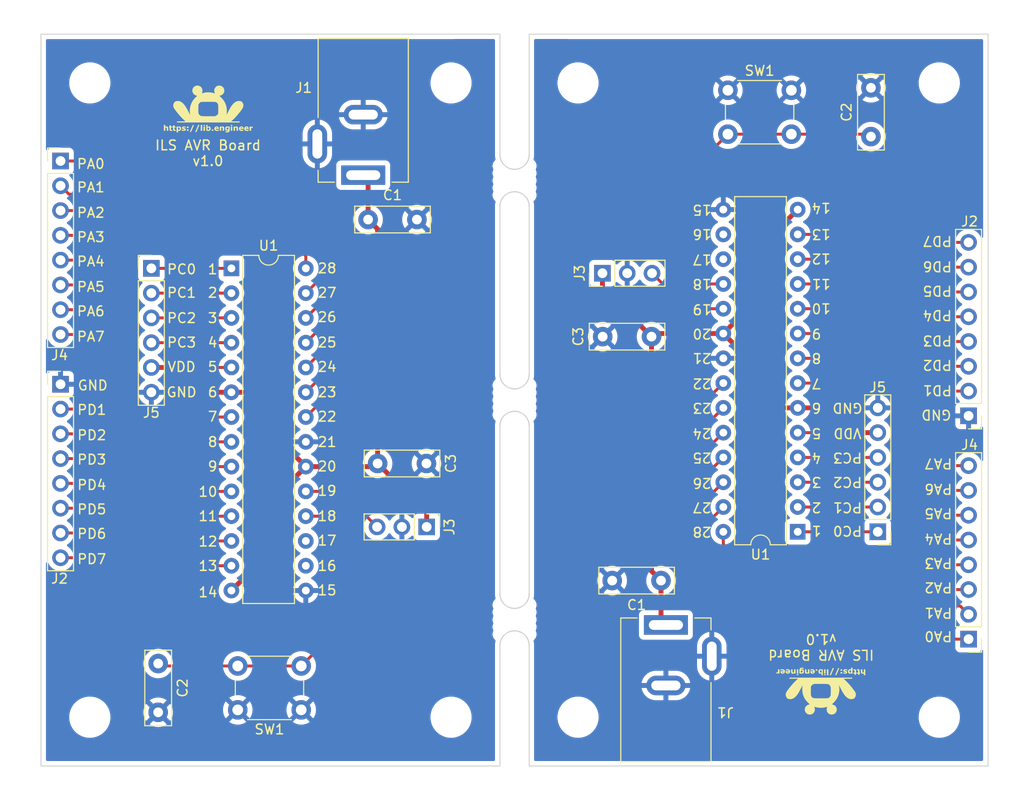
<source format=kicad_pcb>
(kicad_pcb (version 20211014) (generator pcbnew)
  (layers (0 "F.Cu" signal) (31 "B.Cu" power) (34 "B.Paste" user) (35 "F.Paste" user) (36 "B.SilkS" user "B.Silkscreen") (37 "F.SilkS" user "F.Silkscreen") (38 "B.Mask" user) (39 "F.Mask" user) (44 "Edge.Cuts" user))
  (net 0 "")
  (net 1 "VDD")
  (net 2 "GND")
  (net 3 "/{slash}RESET")
  (net 4 "/PD1")
  (net 5 "/PD2")
  (net 6 "/PD3")
  (net 7 "/PD4")
  (net 8 "/PD5")
  (net 9 "/PD6")
  (net 10 "/PD7")
  (net 11 "/PA0")
  (net 12 "/PA1")
  (net 13 "/PA2")
  (net 14 "/PA3")
  (net 15 "/PA4")
  (net 16 "/PA5")
  (net 17 "/PA6")
  (net 18 "/PA7")
  (net 19 "/PC0")
  (net 20 "/PC1")
  (net 21 "/PC2")
  (net 22 "/PC3")
  (net 25 "/UPDI")
  (footprint "MountingHole:MountingHole_3.2mm_M3" (layer "F.Cu") (at 102 50)
    (fp_text reference "H2" hide)
    (fp_text value "MountingHole" hide)
  )
  (footprint "Connector_PinHeader_2.54mm:PinHeader_1x06_P2.54mm_Vertical" (layer "F.Cu") (at 145.7 96 180)
    (fp_text reference "J5")
    (fp_text value "Conn_01x06_Male" hide)
  )
  (footprint "MountingHole:MountingHole_3.2mm_M3" (layer "F.Cu") (at 102 115)
    (fp_text reference "H1" hide)
    (fp_text value "MountingHole" hide)
  )
  (footprint "lib:Mouse_Bite" (layer "F.Cu") (at 108.5 105 90)
    (fp_text reference "REF**" hide)
    (fp_text value "Mouse_Bite" hide)
    (fp_arc (start -2.65 -1.5) (mid -1.15 0) (end -2.65 1.5) (layer "Edge.Cuts") (width 0.12))
    (fp_arc (start 2.65 1.5) (mid 1.15 0) (end 2.65 -1.5) (layer "Edge.Cuts") (width 0.12))
  )
  (footprint "lib:eFrog-pcb" (layer "F.Cu") (at 139.9 112.3 180)
    (fp_text reference "G***" hide)
    (fp_text value "LOGO" hide)
  )
  (footprint "Capacitor_THT:C_Disc_D7.5mm_W2.5mm_P5.00mm" (layer "F.Cu") (at 94.475 89)
    (fp_text reference "C3")
    (fp_text value "1u" hide)
  )
  (footprint "Connector_PinHeader_2.54mm:PinHeader_1x06_P2.54mm_Vertical" (layer "F.Cu") (at 71.3 69)
    (fp_text reference "J5")
    (fp_text value "Conn_01x06_Male" hide)
  )
  (footprint "Capacitor_THT:C_Disc_D7.5mm_W2.5mm_P5.00mm" (layer "F.Cu") (at 123.5 101 180)
    (fp_text reference "C1")
    (fp_text value "1u" hide)
  )
  (footprint "MountingHole:MountingHole_3.2mm_M3" (layer "F.Cu") (at 115 50 180)
    (fp_text reference "H1" hide)
    (fp_text value "MountingHole" hide)
  )
  (footprint "Button_Switch_THT:SW_PUSH_6mm" (layer "F.Cu") (at 86.65 114.25 180)
    (fp_text reference "SW1")
    (fp_text value "SW_SPST" hide)
  )
  (footprint "MountingHole:MountingHole_3.2mm_M3" (layer "F.Cu") (at 152 115 180)
    (fp_text reference "H4" hide)
    (fp_text value "MountingHole" hide)
  )
  (footprint "Connector_PinHeader_2.54mm:PinHeader_1x08_P2.54mm_Vertical" (layer "F.Cu") (at 155 107 180)
    (fp_text reference "J4")
    (fp_text value "Conn_01x08_Male" hide)
  )
  (footprint "MountingHole:MountingHole_3.2mm_M3" (layer "F.Cu") (at 65 50)
    (fp_text reference "H4" hide)
    (fp_text value "MountingHole" hide)
  )
  (footprint "lib:Mouse_Bite" (layer "F.Cu") (at 108.5 60 90)
    (fp_text reference "REF**" hide)
    (fp_text value "Mouse_Bite" hide)
    (fp_arc (start -2.65 -1.5) (mid -1.15 0) (end -2.65 1.5) (layer "Edge.Cuts") (width 0.12))
    (fp_arc (start 2.65 1.5) (mid 1.15 0) (end 2.65 -1.5) (layer "Edge.Cuts") (width 0.12))
  )
  (footprint "Package_DIP:DIP-28_W7.62mm" (layer "F.Cu") (at 137.5 96 180)
    (fp_text reference "U1")
    (fp_text value "AVR128DB28x-xSP" hide)
  )
  (footprint "Capacitor_THT:C_Disc_D7.5mm_W2.5mm_P5.00mm" (layer "F.Cu") (at 122.525 76 180)
    (fp_text reference "C3")
    (fp_text value "1u" hide)
  )
  (footprint "Connector_PinHeader_2.54mm:PinHeader_1x08_P2.54mm_Vertical" (layer "F.Cu") (at 62 58)
    (fp_text reference "J4")
    (fp_text value "Conn_01x08_Male" hide)
  )
  (footprint "Connector_PinHeader_2.54mm:PinHeader_1x08_P2.54mm_Vertical" (layer "F.Cu") (at 62 80.88)
    (fp_text reference "J2")
    (fp_text value "Conn_01x08_Male" hide)
  )
  (footprint "MountingHole:MountingHole_3.2mm_M3" (layer "F.Cu") (at 65 115)
    (fp_text reference "H3" hide)
    (fp_text value "MountingHole" hide)
  )
  (footprint "MountingHole:MountingHole_3.2mm_M3" (layer "F.Cu") (at 115 115 180)
    (fp_text reference "H2" hide)
    (fp_text value "MountingHole" hide)
  )
  (footprint "MountingHole:MountingHole_3.2mm_M3" (layer "F.Cu") (at 152 50 180)
    (fp_text reference "H3" hide)
    (fp_text value "MountingHole" hide)
  )
  (footprint "Button_Switch_THT:SW_PUSH_6mm" (layer "F.Cu") (at 130.35 50.75)
    (fp_text reference "SW1")
    (fp_text value "SW_SPST" hide)
  )
  (footprint "Package_DIP:DIP-28_W7.62mm" (layer "F.Cu") (at 79.5 69)
    (fp_text reference "U1")
    (fp_text value "AVR128DB28x-xSP" hide)
  )
  (footprint "Capacitor_THT:C_Disc_D7.5mm_W2.5mm_P5.00mm" (layer "F.Cu") (at 145 55.5 90)
    (fp_text reference "C2")
    (fp_text value "1u" hide)
  )
  (footprint "Capacitor_THT:C_Disc_D7.5mm_W2.5mm_P5.00mm" (layer "F.Cu") (at 72 109.5 -90)
    (fp_text reference "C2")
    (fp_text value "1u" hide)
  )
  (footprint "lib:eFrog-pcb" (layer "F.Cu") (at 77.1 52.7)
    (fp_text reference "G***" hide)
    (fp_text value "LOGO" hide)
  )
  (footprint "Connector_BarrelJack:BarrelJack_Kycon_KLDX-0202-xC_Horizontal" (layer "F.Cu") (at 124 105.55 90)
    (fp_text reference "J1")
    (fp_text value "Barrel_Jack_Switch_Pin3Ring" hide)
  )
  (footprint "Connector_PinHeader_2.54mm:PinHeader_1x08_P2.54mm_Vertical" (layer "F.Cu") (at 155 84.12 180)
    (fp_text reference "J2")
    (fp_text value "Conn_01x08_Male" hide)
  )
  (footprint "Connector_PinHeader_2.54mm:PinHeader_1x03_P2.54mm_Vertical" (layer "F.Cu") (at 117.5 69.5 90)
    (fp_text reference "J3")
    (fp_text value "Conn_01x03_Male" hide)
  )
  (footprint "lib:Mouse_Bite" (layer "F.Cu") (at 108.5 82.5 90)
    (fp_text reference "REF**" hide)
    (fp_text value "Mouse_Bite" hide)
    (fp_arc (start 2.65 1.5) (mid 1.15 0) (end 2.65 -1.5) (layer "Edge.Cuts") (width 0.12))
    (fp_arc (start -2.65 -1.5) (mid -1.15 0) (end -2.65 1.5) (layer "Edge.Cuts") (width 0.12))
  )
  (footprint "Connector_BarrelJack:BarrelJack_Kycon_KLDX-0202-xC_Horizontal" (layer "F.Cu") (at 93 59.45 -90)
    (fp_text reference "J1")
    (fp_text value "Barrel_Jack_Switch_Pin3Ring" hide)
  )
  (footprint "Connector_PinHeader_2.54mm:PinHeader_1x03_P2.54mm_Vertical" (layer "F.Cu") (at 99.5 95.5 -90)
    (fp_text reference "J3")
    (fp_text value "Conn_01x03_Male" hide)
  )
  (footprint "Capacitor_THT:C_Disc_D7.5mm_W2.5mm_P5.00mm" (layer "F.Cu") (at 93.5 64)
    (fp_text reference "C1")
    (fp_text value "1u" hide)
  )
  (gr_line (start 60 45) (end 107 45) (layer "Edge.Cuts") (width 0.1))
  (gr_line (start 110 45) (end 110 57.35) (layer "Edge.Cuts") (width 0.1))
  (gr_line (start 157 120) (end 157 45) (layer "Edge.Cuts") (width 0.1))
  (gr_line (start 110 107.65) (end 110 120) (layer "Edge.Cuts") (width 0.1))
  (gr_line (start 110 62.65) (end 110 79.85) (layer "Edge.Cuts") (width 0.1))
  (gr_line (start 107 45) (end 107 57.35) (layer "Edge.Cuts") (width 0.1))
  (gr_line (start 110 85.15) (end 110 102.35) (layer "Edge.Cuts") (width 0.1))
  (gr_line (start 107 85.15) (end 107 102.35) (layer "Edge.Cuts") (width 0.1))
  (gr_line (start 107 62.65) (end 107 79.85) (layer "Edge.Cuts") (width 0.1))
  (gr_line (start 60 120) (end 107 120) (layer "Edge.Cuts") (width 0.1))
  (gr_line (start 157 45) (end 110 45) (layer "Edge.Cuts") (width 0.1))
  (gr_line (start 107 107.65) (end 107 120) (layer "Edge.Cuts") (width 0.1))
  (gr_line (start 157 120) (end 110 120) (layer "Edge.Cuts") (width 0.1))
  (gr_line (start 60 45) (end 60 120) (layer "Edge.Cuts") (width 0.1))
  (gr_text "15" (at 89.3 102) (layer "F.SilkS") (effects (font (size 1 1))))
  (gr_text "20" (at 127.7 75.7 180) (layer "F.SilkS") (effects (font (size 1 1))))
  (gr_text "19" (at 127.7 73.2 180) (layer "F.SilkS") (effects (font (size 1 1))))
  (gr_text "26" (at 89.3 74) (layer "F.SilkS") (effects (font (size 1 1))))
  (gr_text "22" (at 127.7 80.8 180) (layer "F.SilkS") (effects (font (size 1 1))))
  (gr_text "8" (at 77.57619 86.8) (layer "F.SilkS") (effects (font (size 1 1))))
  (gr_text "18" (at 89.3 94.4) (layer "F.SilkS") (effects (font (size 1 1))))
  (gr_text "PA7" (at 151.9 89 180) (layer "F.SilkS") (effects (font (size 1 1))))
  (gr_text "19" (at 89.3 91.8) (layer "F.SilkS") (effects (font (size 1 1))))
  (gr_text "9" (at 139.42381 75.7 180) (layer "F.SilkS") (effects (font (size 1 1))))
  (gr_text "PA7" (at 65.1 76) (layer "F.SilkS") (effects (font (size 1 1))))
  (gr_text "PA6" (at 65.1 73.4) (layer "F.SilkS") (effects (font (size 1 1))))
  (gr_text "GND" (at 74.4 81.7) (layer "F.SilkS") (effects (font (size 1 1))))
  (gr_text "17" (at 89.3 96.9) (layer "F.SilkS") (effects (font (size 1 1))))
  (gr_text "6" (at 77.57619 81.7) (layer "F.SilkS") (effects (font (size 1 1))))
  (gr_text "21" (at 89.3 86.8) (layer "F.SilkS") (effects (font (size 1 1))))
  (gr_text "4" (at 77.57619 76.6) (layer "F.SilkS") (effects (font (size 1 1))))
  (gr_text "27" (at 127.7 93.5 180) (layer "F.SilkS") (effects (font (size 1 1))))
  (gr_text "18" (at 127.7 70.6 180) (layer "F.SilkS") (effects (font (size 1 1))))
  (gr_text "PA3" (at 65.1 65.8) (layer "F.SilkS") (effects (font (size 1 1))))
  (gr_text "6" (at 139.42381 83.3 180) (layer "F.SilkS") (effects (font (size 1 1))))
  (gr_text "PD7" (at 65.2 98.8) (layer "F.SilkS") (effects (font (size 1 1))))
  (gr_text "23" (at 89.3 81.7) (layer "F.SilkS") (effects (font (size 1 1))))
  (gr_text "12" (at 77.1 97) (layer "F.SilkS") (effects (font (size 1 1))))
  (gr_text "14" (at 139.9 62.8 180) (layer "F.SilkS") (effects (font (size 1 1))))
  (gr_text "PA5" (at 65.1 70.9) (layer "F.SilkS") (effects (font (size 1 1))))
  (gr_text "PC3" (at 74.4 76.6) (layer "F.SilkS") (effects (font (size 1 1))))
  (gr_text "PA2" (at 65.1 63.3) (layer "F.SilkS") (effects (font (size 1 1))))
  (gr_text "3" (at 77.57619 74.1) (layer "F.SilkS") (effects (font (size 1 1))))
  (gr_text "PA1" (at 65.1 60.7) (layer "F.SilkS") (effects (font (size 1 1))))
  (gr_text "17" (at 127.7 68.1 180) (layer "F.SilkS") (effects (font (size 1 1))))
  (gr_text "PA2" (at 151.9 101.7 180) (layer "F.SilkS") (effects (font (size 1 1))))
  (gr_text "28" (at 127.7 96 180) (layer "F.SilkS") (effects (font (size 1 1))))
  (gr_text "2" (at 139.42381 93.5 180) (layer "F.SilkS") (effects (font (size 1 1))))
  (gr_text "PD1" (at 151.8 81.5 180) (layer "F.SilkS") (effects (font (size 1 1))))
  (gr_text "PA0" (at 151.9 106.7 180) (layer "F.SilkS") (effects (font (size 1 1))))
  (gr_text "7" (at 139.42381 80.8 180) (layer "F.SilkS") (effects (font (size 1 1))))
  (gr_text "PA0" (at 65.1 58.3) (layer "F.SilkS") (effects (font (size 1 1))))
  (gr_text "PD1" (at 65.2 83.5) (layer "F.SilkS") (effects (font (size 1 1))))
  (gr_text "24" (at 127.7 85.9 180) (layer "F.SilkS") (effects (font (size 1 1))))
  (gr_text "PC2" (at 142.6 90.9 180) (layer "F.SilkS") (effects (font (size 1 1))))
  (gr_text "7" (at 77.57619 84.2) (layer "F.SilkS") (effects (font (size 1 1))))
  (gr_text "5" (at 77.57619 79.1) (layer "F.SilkS") (effects (font (size 1 1))))
  (gr_text "PD5" (at 151.8 71.3 180) (layer "F.SilkS") (effects (font (size 1 1))))
  (gr_text "23" (at 127.7 83.3 180) (layer "F.SilkS") (effects (font (size 1 1))))
  (gr_text "28" (at 89.3 69) (layer "F.SilkS") (effects (font (size 1 1))))
  (gr_text "10" (at 139.9 73.1 180) (layer "F.SilkS") (effects (font (size 1 1))))
  (gr_text "PA4" (at 151.9 96.7 180) (layer "F.SilkS") (effects (font (size 1 1))))
  (gr_text "PD3" (at 151.8 76.4 180) (layer "F.SilkS") (effects (font (size 1 1))))
  (gr_text "15" (at 127.7 63 180) (layer "F.SilkS") (effects (font (size 1 1))))
  (gr_text "PA5" (at 151.9 94.1 180) (layer "F.SilkS") (effects (font (size 1 1))))
  (gr_text "PC1" (at 142.6 93.5 180) (layer "F.SilkS") (effects (font (size 1 1))))
  (gr_text "25" (at 127.7 88.4 180) (layer "F.SilkS") (effects (font (size 1 1))))
  (gr_text "PD3" (at 65.2 88.6) (layer "F.SilkS") (effects (font (size 1 1))))
  (gr_text "PD4" (at 151.8 73.8 180) (layer "F.SilkS") (effects (font (size 1 1))))
  (gr_text "16" (at 89.3 99.5) (layer "F.SilkS") (effects (font (size 1 1))))
  (gr_text "PD6" (at 65.2 96.2) (layer "F.SilkS") (effects (font (size 1 1))))
  (gr_text "ILS AVR Board\nv1.0" (at 139.9 107.8 180) (layer "F.SilkS") (effects (font (size 1 1))))
  (gr_text "1" (at 139.42381 95.9 180) (layer "F.SilkS") (effects (font (size 1 1))))
  (gr_text "GND" (at 142.6 83.3 180) (layer "F.SilkS") (effects (font (size 1 1))))
  (gr_text "26" (at 127.7 91 180) (layer "F.SilkS") (effects (font (size 1 1))))
  (gr_text "VDD" (at 74.4 79.1) (layer "F.SilkS") (effects (font (size 1 1))))
  (gr_text "25" (at 89.3 76.6) (layer "F.SilkS") (effects (font (size 1 1))))
  (gr_text "22" (at 89.3 84.2) (layer "F.SilkS") (effects (font (size 1 1))))
  (gr_text "PC2" (at 74.4 74.1) (layer "F.SilkS") (effects (font (size 1 1))))
  (gr_text "PA3" (at 151.9 99.2 180) (layer "F.SilkS") (effects (font (size 1 1))))
  (gr_text "1" (at 77.57619 69.1) (layer "F.SilkS") (effects (font (size 1 1))))
  (gr_text "13" (at 77.1 99.5) (layer "F.SilkS") (effects (font (size 1 1))))
  (gr_text "PD5" (at 65.2 93.7) (layer "F.SilkS") (effects (font (size 1 1))))
  (gr_text "11" (at 139.9 70.6 180) (layer "F.SilkS") (effects (font (size 1 1))))
  (gr_text "5" (at 139.42381 85.9 180) (layer "F.SilkS") (effects (font (size 1 1))))
  (gr_text "GND" (at 65.3 81) (layer "F.SilkS") (effects (font (size 1 1))))
  (gr_text "PD4" (at 65.2 91.2) (layer "F.SilkS") (effects (font (size 1 1))))
  (gr_text "ILS AVR Board\nv1.0" (at 77.1 57.2) (layer "F.SilkS") (effects (font (size 1 1))))
  (gr_text "PA1" (at 151.9 104.3 180) (layer "F.SilkS") (effects (font (size 1 1))))
  (gr_text "9" (at 77.57619 89.3) (layer "F.SilkS") (effects (font (size 1 1))))
  (gr_text "PC0" (at 142.6 95.9 180) (layer "F.SilkS") (effects (font (size 1 1))))
  (gr_text "PD7" (at 151.8 66.2 180) (layer "F.SilkS") (effects (font (size 1 1))))
  (gr_text "27" (at 89.3 71.5) (layer "F.SilkS") (effects (font (size 1 1))))
  (gr_text "12" (at 139.9 68 180) (layer "F.SilkS") (effects (font (size 1 1))))
  (gr_text "11" (at 77.1 94.4) (layer "F.SilkS") (effects (font (size 1 1))))
  (gr_text "PC0" (at 74.4 69.1) (layer "F.SilkS") (effects (font (size 1 1))))
  (gr_text "PD6" (at 151.8 68.8 180) (layer "F.SilkS") (effects (font (size 1 1))))
  (gr_text "PC3" (at 142.6 88.4 180) (layer "F.SilkS") (effects (font (size 1 1))))
  (gr_text "8" (at 139.42381 78.2 180) (layer "F.SilkS") (effects (font (size 1 1))))
  (gr_text "4" (at 139.42381 88.4 180) (layer "F.SilkS") (effects (font (size 1 1))))
  (gr_text "GND" (at 151.7 84 180) (layer "F.SilkS") (effects (font (size 1 1))))
  (gr_text "PD2" (at 65.2 86.1) (layer "F.SilkS") (effects (font (size 1 1))))
  (gr_text "2" (at 77.57619 71.5) (layer "F.SilkS") (effects (font (size 1 1))))
  (gr_text "3" (at 139.42381 90.9 180) (layer "F.SilkS") (effects (font (size 1 1))))
  (gr_text "PC1" (at 74.4 71.5) (layer "F.SilkS") (effects (font (size 1 1))))
  (gr_text "21" (at 127.7 78.2 180) (layer "F.SilkS") (effects (font (size 1 1))))
  (gr_text "PA4" (at 65.1 68.3) (layer "F.SilkS") (effects (font (size 1 1))))
  (gr_text "10" (at 77.1 91.9) (layer "F.SilkS") (effects (font (size 1 1))))
  (gr_text "PA6" (at 151.9 91.6 180) (layer "F.SilkS") (effects (font (size 1 1))))
  (gr_text "16" (at 127.7 65.5 180) (layer "F.SilkS") (effects (font (size 1 1))))
  (gr_text "13" (at 139.9 65.5 180) (layer "F.SilkS") (effects (font (size 1 1))))
  (gr_text "PD2" (at 151.8 78.9 180) (layer "F.SilkS") (effects (font (size 1 1))))
  (gr_text "VDD" (at 142.6 85.9 180) (layer "F.SilkS") (effects (font (size 1 1))))
  (gr_text "14" (at 77.1 102.2) (layer "F.SilkS") (effects (font (size 1 1))))
  (gr_text "24" (at 89.3 79.1) (layer "F.SilkS") (effects (font (size 1 1))))
  (gr_text "20" (at 89.3 89.3) (layer "F.SilkS") (effects (font (size 1 1))))
  (segment (start 87.12 89.32) (end 82.8 85) (width 0.5) (layer "F.Cu") (net 1))
  (segment (start 93.5 64) (end 93.5 59.95) (width 0.5) (layer "F.Cu") (net 1))
  (segment (start 134.2 82.2) (end 135.3 83.3) (width 0.5) (layer "F.Cu") (net 1))
  (segment (start 83.2 98.32) (end 79.5 102.02) (width 0.5) (layer "F.Cu") (net 1))
  (segment (start 122.525 76) (end 118.625 72.1) (width 0.5) (layer "F.Cu") (net 1))
  (segment (start 118.625 72.1) (end 118.6 72.1) (width 0.5) (layer "F.Cu") (net 1))
  (segment (start 122.525 100.025) (end 123.5 101) (width 0.5) (layer "F.Cu") (net 1))
  (segment (start 129.88 75.68) (end 134.2 80) (width 0.5) (layer "F.Cu") (net 1))
  (segment (start 98.375 92.9) (end 98.4 92.9) (width 0.5) (layer "F.Cu") (net 1))
  (segment (start 94.155 89.32) (end 94.475 89) (width 0.5) (layer "F.Cu") (net 1))
  (segment (start 83.2 93.24) (end 83.2 98.32) (width 0.5) (layer "F.Cu") (net 1))
  (segment (start 122.525 76) (end 122.525 100.025) (width 0.5) (layer "F.Cu") (net 1))
  (segment (start 98.4 92.9) (end 99.5 94) (width 0.5) (layer "F.Cu") (net 1))
  (segment (start 93.5 59.95) (end 93 59.45) (width 0.5) (layer "F.Cu") (net 1))
  (segment (start 76.6 81.7) (end 79.5 81.7) (width 0.5) (layer "F.Cu") (net 1))
  (segment (start 122.845 75.68) (end 122.525 76) (width 0.5) (layer "F.Cu") (net 1))
  (segment (start 94.475 89) (end 98.375 92.9) (width 0.5) (layer "F.Cu") (net 1))
  (segment (start 142.94 85.84) (end 145.7 85.84) (width 0.5) (layer "F.Cu") (net 1))
  (segment (start 129.88 75.68) (end 133.8 71.76) (width 0.5) (layer "F.Cu") (net 1))
  (segment (start 87.12 89.32) (end 83.2 93.24) (width 0.5) (layer "F.Cu") (net 1))
  (segment (start 117.5 71) (end 117.5 69.5) (width 0.5) (layer "F.Cu") (net 1))
  (segment (start 94.475 89) (end 94.475 64.975) (width 0.5) (layer "F.Cu") (net 1))
  (segment (start 123.5 105.05) (end 124 105.55) (width 0.5) (layer "F.Cu") (net 1))
  (segment (start 133.8 71.76) (end 133.8 66.68) (width 0.5) (layer "F.Cu") (net 1))
  (segment (start 135.3 83.3) (end 137.5 83.3) (width 0.5) (layer "F.Cu") (net 1))
  (segment (start 87.12 89.32) (end 94.155 89.32) (width 0.5) (layer "F.Cu") (net 1))
  (segment (start 74.06 79.16) (end 71.3 79.16) (width 0.5) (layer "F.Cu") (net 1))
  (segment (start 118.6 72.1) (end 117.5 71) (width 0.5) (layer "F.Cu") (net 1))
  (segment (start 140.4 83.3) (end 142.94 85.84) (width 0.5) (layer "F.Cu") (net 1))
  (segment (start 140.4 83.3) (end 137.5 83.3) (width 0.5) (layer "F.Cu") (net 1))
  (segment (start 82.8 82.8) (end 81.7 81.7) (width 0.5) (layer "F.Cu") (net 1))
  (segment (start 94.475 64.975) (end 93.5 64) (width 0.5) (layer "F.Cu") (net 1))
  (segment (start 99.5 94) (end 99.5 95.5) (width 0.5) (layer "F.Cu") (net 1))
  (segment (start 81.7 81.7) (end 79.5 81.7) (width 0.5) (layer "F.Cu") (net 1))
  (segment (start 82.8 85) (end 82.8 82.8) (width 0.5) (layer "F.Cu") (net 1))
  (segment (start 134.2 80) (end 134.2 82.2) (width 0.5) (layer "F.Cu") (net 1))
  (segment (start 123.5 101) (end 123.5 105.05) (width 0.5) (layer "F.Cu") (net 1))
  (segment (start 129.88 75.68) (end 122.845 75.68) (width 0.5) (layer "F.Cu") (net 1))
  (segment (start 76.6 81.7) (end 74.06 79.16) (width 0.5) (layer "F.Cu") (net 1))
  (segment (start 133.8 66.68) (end 137.5 62.98) (width 0.5) (layer "F.Cu") (net 1))
  (segment (start 80.15 109.75) (end 72.25 109.75) (width 0.3) (layer "F.Cu") (net 3))
  (segment (start 128.1 57.5) (end 130.35 55.25) (width 0.3) (layer "F.Cu") (net 3))
  (segment (start 86.65 109.75) (end 80.15 109.75) (width 0.3) (layer "F.Cu") (net 3))
  (segment (start 87.12 94.4) (end 88.5 94.4) (width 0.3) (layer "F.Cu") (net 3))
  (segment (start 72.25 109.75) (end 72 109.5) (width 0.3) (layer "F.Cu") (net 3))
  (segment (start 129.88 70.6) (end 128.5 70.6) (width 0.3) (layer "F.Cu") (net 3))
  (segment (start 136.85 55.25) (end 144.75 55.25) (width 0.3) (layer "F.Cu") (net 3))
  (segment (start 144.75 55.25) (end 145 55.5) (width 0.3) (layer "F.Cu") (net 3))
  (segment (start 130.35 55.25) (end 136.85 55.25) (width 0.3) (layer "F.Cu") (net 3))
  (segment (start 88.9 94.8) (end 88.9 107.5) (width 0.3) (layer "F.Cu") (net 3))
  (segment (start 128.5 70.6) (end 128.1 70.2) (width 0.3) (layer "F.Cu") (net 3))
  (segment (start 88.5 94.4) (end 88.9 94.8) (width 0.3) (layer "F.Cu") (net 3))
  (segment (start 128.1 70.2) (end 128.1 57.5) (width 0.3) (layer "F.Cu") (net 3))
  (segment (start 88.9 107.5) (end 86.65 109.75) (width 0.3) (layer "F.Cu") (net 3))
  (segment (start 68.5 84.24) (end 79.5 84.24) (width 0.3) (layer "F.Cu") (net 4))
  (segment (start 149.32 81.58) (end 148.5 80.76) (width 0.3) (layer "F.Cu") (net 4))
  (segment (start 62 83.42) (end 67.68 83.42) (width 0.3) (layer "F.Cu") (net 4))
  (segment (start 67.68 83.42) (end 68.5 84.24) (width 0.3) (layer "F.Cu") (net 4))
  (segment (start 155 81.58) (end 149.32 81.58) (width 0.3) (layer "F.Cu") (net 4))
  (segment (start 148.5 80.76) (end 137.5 80.76) (width 0.3) (layer "F.Cu") (net 4))
  (segment (start 145.94 79.04) (end 155 79.04) (width 0.3) (layer "F.Cu") (net 5))
  (segment (start 145.12 78.22) (end 145.94 79.04) (width 0.3) (layer "F.Cu") (net 5))
  (segment (start 71.88 86.78) (end 71.06 85.96) (width 0.3) (layer "F.Cu") (net 5))
  (segment (start 71.06 85.96) (end 62 85.96) (width 0.3) (layer "F.Cu") (net 5))
  (segment (start 137.5 78.22) (end 145.12 78.22) (width 0.3) (layer "F.Cu") (net 5))
  (segment (start 79.5 86.78) (end 71.88 86.78) (width 0.3) (layer "F.Cu") (net 5))
  (segment (start 144.98 75.68) (end 145.8 76.5) (width 0.3) (layer "F.Cu") (net 6))
  (segment (start 137.5 75.68) (end 144.98 75.68) (width 0.3) (layer "F.Cu") (net 6))
  (segment (start 79.5 89.32) (end 72.02 89.32) (width 0.3) (layer "F.Cu") (net 6))
  (segment (start 71.2 88.5) (end 62 88.5) (width 0.3) (layer "F.Cu") (net 6))
  (segment (start 72.02 89.32) (end 71.2 88.5) (width 0.3) (layer "F.Cu") (net 6))
  (segment (start 145.8 76.5) (end 155 76.5) (width 0.3) (layer "F.Cu") (net 6))
  (segment (start 145.86 73.96) (end 155 73.96) (width 0.3) (layer "F.Cu") (net 7))
  (segment (start 71.96 91.86) (end 71.14 91.04) (width 0.3) (layer "F.Cu") (net 7))
  (segment (start 145.04 73.14) (end 145.86 73.96) (width 0.3) (layer "F.Cu") (net 7))
  (segment (start 71.14 91.04) (end 62 91.04) (width 0.3) (layer "F.Cu") (net 7))
  (segment (start 79.5 91.86) (end 71.96 91.86) (width 0.3) (layer "F.Cu") (net 7))
  (segment (start 137.5 73.14) (end 145.04 73.14) (width 0.3) (layer "F.Cu") (net 7))
  (segment (start 70.98 93.58) (end 62 93.58) (width 0.3) (layer "F.Cu") (net 8))
  (segment (start 145.2 70.6) (end 146.02 71.42) (width 0.3) (layer "F.Cu") (net 8))
  (segment (start 79.5 94.4) (end 71.8 94.4) (width 0.3) (layer "F.Cu") (net 8))
  (segment (start 71.8 94.4) (end 70.98 93.58) (width 0.3) (layer "F.Cu") (net 8))
  (segment (start 146.02 71.42) (end 155 71.42) (width 0.3) (layer "F.Cu") (net 8))
  (segment (start 137.5 70.6) (end 145.2 70.6) (width 0.3) (layer "F.Cu") (net 8))
  (segment (start 79.5 96.94) (end 71.44 96.94) (width 0.3) (layer "F.Cu") (net 9))
  (segment (start 146.38 68.88) (end 155 68.88) (width 0.3) (layer "F.Cu") (net 9))
  (segment (start 145.56 68.06) (end 146.38 68.88) (width 0.3) (layer "F.Cu") (net 9))
  (segment (start 70.62 96.12) (end 62 96.12) (width 0.3) (layer "F.Cu") (net 9))
  (segment (start 137.5 68.06) (end 145.56 68.06) (width 0.3) (layer "F.Cu") (net 9))
  (segment (start 71.44 96.94) (end 70.62 96.12) (width 0.3) (layer "F.Cu") (net 9))
  (segment (start 70.36 98.66) (end 62 98.66) (width 0.3) (layer "F.Cu") (net 10))
  (segment (start 137.5 65.52) (end 145.82 65.52) (width 0.3) (layer "F.Cu") (net 10))
  (segment (start 146.64 66.34) (end 155 66.34) (width 0.3) (layer "F.Cu") (net 10))
  (segment (start 79.5 99.48) (end 71.18 99.48) (width 0.3) (layer "F.Cu") (net 10))
  (segment (start 71.18 99.48) (end 70.36 98.66) (width 0.3) (layer "F.Cu") (net 10))
  (segment (start 145.82 65.52) (end 146.64 66.34) (width 0.3) (layer "F.Cu") (net 10))
  (segment (start 82.907106 58) (end 62 58) (width 0.3) (layer "F.Cu") (net 11))
  (segment (start 134.092894 107) (end 155 107) (width 0.3) (layer "F.Cu") (net 11))
  (segment (start 129.88 80.76) (end 125.9 84.74) (width 0.3) (layer "F.Cu") (net 11))
  (segment (start 125.9 84.74) (end 125.9 98.807106) (width 0.3) (layer "F.Cu") (net 11))
  (segment (start 87.12 84.24) (end 91.1 80.26) (width 0.3) (layer "F.Cu") (net 11))
  (segment (start 125.9 98.807106) (end 134.092894 107) (width 0.3) (layer "F.Cu") (net 11))
  (segment (start 91.1 66.192894) (end 82.907106 58) (width 0.3) (layer "F.Cu") (net 11))
  (segment (start 91.1 80.26) (end 91.1 66.192894) (width 0.3) (layer "F.Cu") (net 11))
  (segment (start 129.88 83.3) (end 126.4 86.78) (width 0.3) (layer "F.Cu") (net 12))
  (segment (start 62.86 61.4) (end 62 60.54) (width 0.3) (layer "F.Cu") (net 12))
  (segment (start 126.4 98.6) (end 131.4 103.6) (width 0.3) (layer "F.Cu") (net 12))
  (segment (start 87.12 81.7) (end 90.6 78.22) (width 0.3) (layer "F.Cu") (net 12))
  (segment (start 131.4 103.6) (end 154.14 103.6) (width 0.3) (layer "F.Cu") (net 12))
  (segment (start 126.4 86.78) (end 126.4 98.6) (width 0.3) (layer "F.Cu") (net 12))
  (segment (start 85.6 61.4) (end 62.86 61.4) (width 0.3) (layer "F.Cu") (net 12))
  (segment (start 90.6 66.4) (end 85.6 61.4) (width 0.3) (layer "F.Cu") (net 12))
  (segment (start 154.14 103.6) (end 155 104.46) (width 0.3) (layer "F.Cu") (net 12))
  (segment (start 90.6 78.22) (end 90.6 66.4) (width 0.3) (layer "F.Cu") (net 12))
  (segment (start 67.5 63.1) (end 67.48 63.08) (width 0.3) (layer "F.Cu") (net 13))
  (segment (start 85.6 62.2) (end 68.4 62.2) (width 0.3) (layer "F.Cu") (net 13))
  (segment (start 87.12 79.16) (end 90.1 76.18) (width 0.3) (layer "F.Cu") (net 13))
  (segment (start 149.5 101.9) (end 149.52 101.92) (width 0.3) (layer "F.Cu") (net 13))
  (segment (start 129.88 85.84) (end 126.9 88.82) (width 0.3) (layer "F.Cu") (net 13))
  (segment (start 68.4 62.2) (end 67.5 63.1) (width 0.3) (layer "F.Cu") (net 13))
  (segment (start 90.1 66.7) (end 85.6 62.2) (width 0.3) (layer "F.Cu") (net 13))
  (segment (start 90.1 76.18) (end 90.1 66.7) (width 0.3) (layer "F.Cu") (net 13))
  (segment (start 126.9 98.3) (end 131.4 102.8) (width 0.3) (layer "F.Cu") (net 13))
  (segment (start 126.9 88.82) (end 126.9 98.3) (width 0.3) (layer "F.Cu") (net 13))
  (segment (start 67.48 63.08) (end 62 63.08) (width 0.3) (layer "F.Cu") (net 13))
  (segment (start 131.4 102.8) (end 148.6 102.8) (width 0.3) (layer "F.Cu") (net 13))
  (segment (start 149.52 101.92) (end 155 101.92) (width 0.3) (layer "F.Cu") (net 13))
  (segment (start 148.6 102.8) (end 149.5 101.9) (width 0.3) (layer "F.Cu") (net 13))
  (segment (start 69 63) (end 66.38 65.62) (width 0.3) (layer "F.Cu") (net 14))
  (segment (start 85.614212 63) (end 69 63) (width 0.3) (layer "F.Cu") (net 14))
  (segment (start 89.6 74.14) (end 89.6 66.985788) (width 0.3) (layer "F.Cu") (net 14))
  (segment (start 87.12 76.62) (end 89.6 74.14) (width 0.3) (layer "F.Cu") (net 14))
  (segment (start 127.4 90.86) (end 127.4 98.014212) (width 0.3) (layer "F.Cu") (net 14))
  (segment (start 127.4 98.014212) (end 131.385788 102) (width 0.3) (layer "F.Cu") (net 14))
  (segment (start 148 102) (end 150.62 99.38) (width 0.3) (layer "F.Cu") (net 14))
  (segment (start 150.62 99.38) (end 155 99.38) (width 0.3) (layer "F.Cu") (net 14))
  (segment (start 129.88 88.38) (end 127.4 90.86) (width 0.3) (layer "F.Cu") (net 14))
  (segment (start 131.385788 102) (end 148 102) (width 0.3) (layer "F.Cu") (net 14))
  (segment (start 66.38 65.62) (end 62 65.62) (width 0.3) (layer "F.Cu") (net 14))
  (segment (start 89.6 66.985788) (end 85.614212 63) (width 0.3) (layer "F.Cu") (net 14))
  (segment (start 85.907106 64) (end 69.2 64) (width 0.3) (layer "F.Cu") (net 15))
  (segment (start 131.092894 101) (end 147.8 101) (width 0.3) (layer "F.Cu") (net 15))
  (segment (start 127.9 92.9) (end 127.9 97.807106) (width 0.3) (layer "F.Cu") (net 15))
  (segment (start 129.88 90.92) (end 127.9 92.9) (width 0.3) (layer "F.Cu") (net 15))
  (segment (start 69.2 64) (end 66.6 66.6) (width 0.3) (layer "F.Cu") (net 15))
  (segment (start 150.4 97.7) (end 151.26 96.84) (width 0.3) (layer "F.Cu") (net 15))
  (segment (start 66.6 67.3) (end 65.74 68.16) (width 0.3) (layer "F.Cu") (net 15))
  (segment (start 150.4 98.4) (end 150.4 97.7) (width 0.3) (layer "F.Cu") (net 15))
  (segment (start 89.1 67.192894) (end 85.907106 64) (width 0.3) (layer "F.Cu") (net 15))
  (segment (start 87.12 74.08) (end 89.1 72.1) (width 0.3) (layer "F.Cu") (net 15))
  (segment (start 151.26 96.84) (end 155 96.84) (width 0.3) (layer "F.Cu") (net 15))
  (segment (start 66.6 66.6) (end 66.6 67.3) (width 0.3) (layer "F.Cu") (net 15))
  (segment (start 127.9 97.807106) (end 131.092894 101) (width 0.3) (layer "F.Cu") (net 15))
  (segment (start 89.1 72.1) (end 89.1 67.192894) (width 0.3) (layer "F.Cu") (net 15))
  (segment (start 65.74 68.16) (end 62 68.16) (width 0.3) (layer "F.Cu") (net 15))
  (segment (start 147.8 101) (end 150.4 98.4) (width 0.3) (layer "F.Cu") (net 15))
  (segment (start 66.6 70.7) (end 62 70.7) (width 0.3) (layer "F.Cu") (net 16))
  (segment (start 88.6 70.06) (end 88.6 67.4) (width 0.3) (layer "F.Cu") (net 16))
  (segment (start 130.8 100) (end 147.8 100) (width 0.3) (layer "F.Cu") (net 16))
  (segment (start 129.88 93.46) (end 128.4 94.94) (width 0.3) (layer "F.Cu") (net 16))
  (segment (start 88.6 67.4) (end 86.2 65) (width 0.3) (layer "F.Cu") (net 16))
  (segment (start 128.4 97.6) (end 130.8 100) (width 0.3) (layer "F.Cu") (net 16))
  (segment (start 128.4 94.94) (end 128.4 97.6) (width 0.3) (layer "F.Cu") (net 16))
  (segment (start 147.8 100) (end 149.6 98.2) (width 0.3) (layer "F.Cu") (net 16))
  (segment (start 149.6 95.1) (end 150.4 94.3) (width 0.3) (layer "F.Cu") (net 16))
  (segment (start 87.12 71.54) (end 88.6 70.06) (width 0.3) (layer "F.Cu") (net 16))
  (segment (start 69.2 65) (end 67.4 66.8) (width 0.3) (layer "F.Cu") (net 16))
  (segment (start 67.4 69.9) (end 66.6 70.7) (width 0.3) (layer "F.Cu") (net 16))
  (segment (start 149.6 98.2) (end 149.6 95.1) (width 0.3) (layer "F.Cu") (net 16))
  (segment (start 67.4 66.8) (end 67.4 69.9) (width 0.3) (layer "F.Cu") (net 16))
  (segment (start 150.4 94.3) (end 155 94.3) (width 0.3) (layer "F.Cu") (net 16))
  (segment (start 86.2 65) (end 69.2 65) (width 0.3) (layer "F.Cu") (net 16))
  (segment (start 147.8 99.1) (end 148.9 98) (width 0.3) (layer "F.Cu") (net 17))
  (segment (start 129.88 97.28) (end 131.7 99.1) (width 0.3) (layer "F.Cu") (net 17))
  (segment (start 149.74 91.76) (end 155 91.76) (width 0.3) (layer "F.Cu") (net 17))
  (segment (start 87.12 67.72) (end 85.3 65.9) (width 0.3) (layer "F.Cu") (net 17))
  (segment (start 68.1 72.4) (end 67.26 73.24) (width 0.3) (layer "F.Cu") (net 17))
  (segment (start 129.88 96) (end 129.88 97.28) (width 0.3) (layer "F.Cu") (net 17))
  (segment (start 148.9 98) (end 148.9 92.6) (width 0.3) (layer "F.Cu") (net 17))
  (segment (start 85.3 65.9) (end 69.2 65.9) (width 0.3) (layer "F.Cu") (net 17))
  (segment (start 68.1 67) (end 68.1 72.4) (width 0.3) (layer "F.Cu") (net 17))
  (segment (start 69.2 65.9) (end 68.1 67) (width 0.3) (layer "F.Cu") (net 17))
  (segment (start 87.12 69) (end 87.12 67.72) (width 0.3) (layer "F.Cu") (net 17))
  (segment (start 148.9 92.6) (end 149.74 91.76) (width 0.3) (layer "F.Cu") (net 17))
  (segment (start 131.7 99.1) (end 147.8 99.1) (width 0.3) (layer "F.Cu") (net 17))
  (segment (start 67.26 73.24) (end 62 73.24) (width 0.3) (layer "F.Cu") (net 17))
  (segment (start 78.1 69) (end 75.7 66.6) (width 0.3) (layer "F.Cu") (net 18))
  (segment (start 75.7 66.6) (end 69.4 66.6) (width 0.3) (layer "F.Cu") (net 18))
  (segment (start 137.5 96) (end 138.9 96) (width 0.3) (layer "F.Cu") (net 18))
  (segment (start 79.5 69) (end 78.1 69) (width 0.3) (layer "F.Cu") (net 18))
  (segment (start 148.2 97.8) (end 148.2 90.6) (width 0.3) (layer "F.Cu") (net 18))
  (segment (start 67.42 75.78) (end 62 75.78) (width 0.3) (layer "F.Cu") (net 18))
  (segment (start 69.4 66.6) (end 68.8 67.2) (width 0.3) (layer "F.Cu") (net 18))
  (segment (start 68.8 74.4) (end 67.42 75.78) (width 0.3) (layer "F.Cu") (net 18))
  (segment (start 148.2 90.6) (end 149.58 89.22) (width 0.3) (layer "F.Cu") (net 18))
  (segment (start 141.3 98.4) (end 147.6 98.4) (width 0.3) (layer "F.Cu") (net 18))
  (segment (start 138.9 96) (end 141.3 98.4) (width 0.3) (layer "F.Cu") (net 18))
  (segment (start 68.8 67.2) (end 68.8 74.4) (width 0.3) (layer "F.Cu") (net 18))
  (segment (start 149.58 89.22) (end 155 89.22) (width 0.3) (layer "F.Cu") (net 18))
  (segment (start 147.6 98.4) (end 148.2 97.8) (width 0.3) (layer "F.Cu") (net 18))
  (segment (start 75.7 69) (end 71.3 69) (width 0.3) (layer "F.Cu") (net 19))
  (segment (start 138.76 93.46) (end 141.3 96) (width 0.3) (layer "F.Cu") (net 19))
  (segment (start 137.5 93.46) (end 138.76 93.46) (width 0.3) (layer "F.Cu") (net 19))
  (segment (start 141.3 96) (end 145.7 96) (width 0.3) (layer "F.Cu") (net 19))
  (segment (start 79.5 71.54) (end 78.24 71.54) (width 0.3) (layer "F.Cu") (net 19))
  (segment (start 78.24 71.54) (end 75.7 69) (width 0.3) (layer "F.Cu") (net 19))
  (segment (start 79.5 74.08) (end 78.08 74.08) (width 0.3) (layer "F.Cu") (net 20))
  (segment (start 141.46 93.46) (end 145.7 93.46) (width 0.3) (layer "F.Cu") (net 20))
  (segment (start 78.08 74.08) (end 75.54 71.54) (width 0.3) (layer "F.Cu") (net 20))
  (segment (start 75.54 71.54) (end 71.3 71.54) (width 0.3) (layer "F.Cu") (net 20))
  (segment (start 137.5 90.92) (end 138.92 90.92) (width 0.3) (layer "F.Cu") (net 20))
  (segment (start 138.92 90.92) (end 141.46 93.46) (width 0.3) (layer "F.Cu") (net 20))
  (segment (start 137.5 88.38) (end 138.98 88.38) (width 0.3) (layer "F.Cu") (net 21))
  (segment (start 138.98 88.38) (end 141.52 90.92) (width 0.3) (layer "F.Cu") (net 21))
  (segment (start 79.5 76.62) (end 78.02 76.62) (width 0.3) (layer "F.Cu") (net 21))
  (segment (start 75.48 74.08) (end 71.3 74.08) (width 0.3) (layer "F.Cu") (net 21))
  (segment (start 78.02 76.62) (end 75.48 74.08) (width 0.3) (layer "F.Cu") (net 21))
  (segment (start 141.52 90.92) (end 145.7 90.92) (width 0.3) (layer "F.Cu") (net 21))
  (segment (start 141.58 88.38) (end 145.7 88.38) (width 0.3) (layer "F.Cu") (net 22))
  (segment (start 139.04 85.84) (end 141.58 88.38) (width 0.3) (layer "F.Cu") (net 22))
  (segment (start 79.5 79.16) (end 77.96 79.16) (width 0.3) (layer "F.Cu") (net 22))
  (segment (start 77.96 79.16) (end 75.42 76.62) (width 0.3) (layer "F.Cu") (net 22))
  (segment (start 75.42 76.62) (end 71.3 76.62) (width 0.3) (layer "F.Cu") (net 22))
  (segment (start 137.5 85.84) (end 139.04 85.84) (width 0.3) (layer "F.Cu") (net 22))
  (segment (start 126.22 73.14) (end 122.58 69.5) (width 0.3) (layer "F.Cu") (net 25))
  (segment (start 90.78 91.86) (end 94.42 95.5) (width 0.3) (layer "F.Cu") (net 25))
  (segment (start 87.12 91.86) (end 90.78 91.86) (width 0.3) (layer "F.Cu") (net 25))
  (segment (start 129.88 73.14) (end 126.22 73.14) (width 0.3) (layer "F.Cu") (net 25))
  (zone (net 2) (net_name "GND") (layer "B.Cu") (connect_pads (clearance 0.508)) (min_thickness 0.254) (fill yes (thermal_gap 0.508) (thermal_bridge_width 0.508))
    (polygon (pts (xy 114.2 122.7) (xy 55.8 122.7) (xy 55.8 43) (xy 113.9 41.5)))
  )
  (zone (net 2) (net_name "GND") (layer "B.Cu") (connect_pads (clearance 0.508)) (min_thickness 0.254) (fill yes (thermal_gap 0.508) (thermal_bridge_width 0.508))
    (polygon (pts (xy 102.3 42.3) (xy 160.7 42.3) (xy 160.7 122) (xy 102.6 123.5)))
  )
)
</source>
